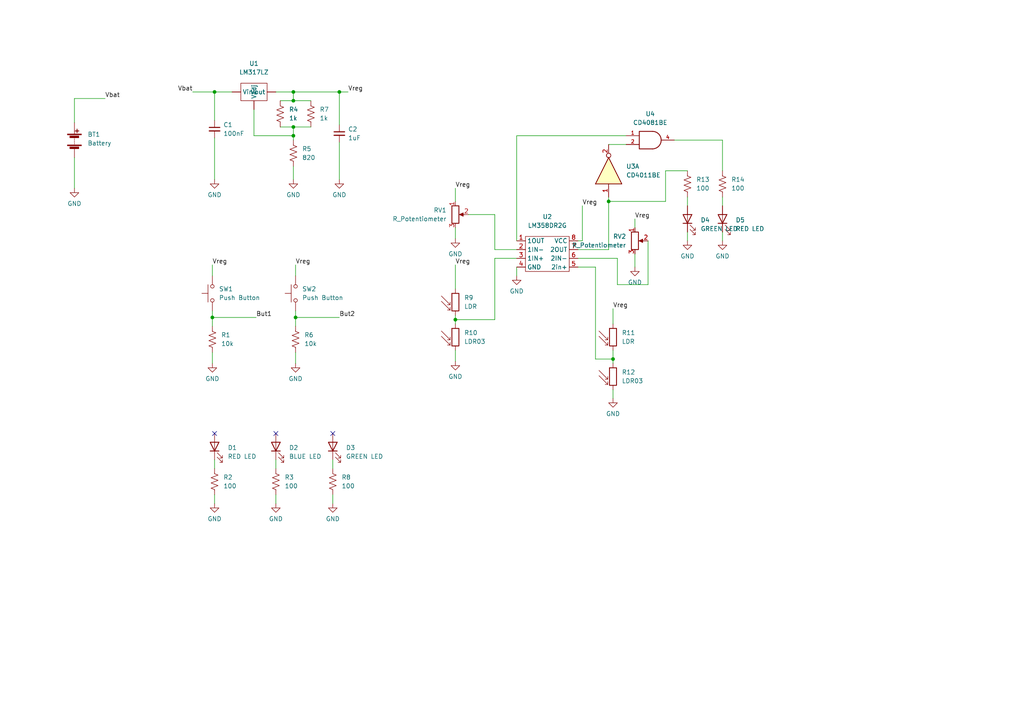
<source format=kicad_sch>
(kicad_sch (version 20211123) (generator eeschema)
  (paper "A4")
  (lib_symbols
    (symbol "74xGxx:74AHC1G08" (pin_names (offset 1.016))
      (property "Reference" "U" (at -2.54 3.81 0))
      (property "Value" "74AHC1G08" (at 0 -3.81 0))
      (symbol "74AHC1G08_0_1"
        (arc (start 0 -2.54) (mid 2.54 0) (end 0 2.54) (stroke (width 0.254)))
        (polyline (pts (xy 0 -2.54) (xy -3.81 -2.54) (xy -3.81 2.54) (xy 0 2.54)) (stroke (width 0.254)))
      )
      (symbol "74AHC1G08_1_1"
        (pin input line (at -7.62 1.27 0) (length 3.81) (name "~") (number "1"))
        (pin input line (at -7.62 -1.27 0) (length 3.81) (name "~") (number "2"))
        (pin power_in line (at 0 -2.54 270) (length 0) hide (name "GND") (number "3"))
        (pin output line (at 6.35 0 180) (length 3.81) (name "~") (number "4"))
        (pin power_in line (at 0 2.54 90) (length 0) hide (name "VCC") (number "5"))
      )
    )
    (symbol "74xx:74LS04"
      (property "Reference" "U" (at 0 1.27 0))
      (property "Value" "74LS04" (at 0 -1.27 0))
      (symbol "74LS04_1_0"
        (polyline (pts (xy -3.81 3.81) (xy -3.81 -3.81) (xy 3.81 0) (xy -3.81 3.81)) (stroke (width 0.254)) (fill (type background)))
        (pin input line (at -7.62 0 0) (length 3.81) (name "~") (number "1"))
        (pin output inverted (at 7.62 0 180) (length 3.81) (name "~") (number "2"))
      )
      (symbol "74LS04_2_0"
        (polyline (pts (xy -3.81 3.81) (xy -3.81 -3.81) (xy 3.81 0) (xy -3.81 3.81)) (stroke (width 0.254)) (fill (type background)))
        (pin input line (at -7.62 0 0) (length 3.81) (name "~") (number "3"))
        (pin output inverted (at 7.62 0 180) (length 3.81) (name "~") (number "4"))
      )
      (symbol "74LS04_3_0"
        (polyline (pts (xy -3.81 3.81) (xy -3.81 -3.81) (xy 3.81 0) (xy -3.81 3.81)) (stroke (width 0.254)) (fill (type background)))
        (pin input line (at -7.62 0 0) (length 3.81) (name "~") (number "5"))
        (pin output inverted (at 7.62 0 180) (length 3.81) (name "~") (number "6"))
      )
      (symbol "74LS04_4_0"
        (polyline (pts (xy -3.81 3.81) (xy -3.81 -3.81) (xy 3.81 0) (xy -3.81 3.81)) (stroke (width 0.254)) (fill (type background)))
        (pin output inverted (at 7.62 0 180) (length 3.81) (name "~") (number "8"))
        (pin input line (at -7.62 0 0) (length 3.81) (name "~") (number "9"))
      )
      (symbol "74LS04_5_0"
        (polyline (pts (xy -3.81 3.81) (xy -3.81 -3.81) (xy 3.81 0) (xy -3.81 3.81)) (stroke (width 0.254)) (fill (type background)))
        (pin output inverted (at 7.62 0 180) (length 3.81) (name "~") (number "10"))
        (pin input line (at -7.62 0 0) (length 3.81) (name "~") (number "11"))
      )
      (symbol "74LS04_6_0"
        (polyline (pts (xy -3.81 3.81) (xy -3.81 -3.81) (xy 3.81 0) (xy -3.81 3.81)) (stroke (width 0.254)) (fill (type background)))
        (pin output inverted (at 7.62 0 180) (length 3.81) (name "~") (number "12"))
        (pin input line (at -7.62 0 0) (length 3.81) (name "~") (number "13"))
      )
      (symbol "74LS04_7_0"
        (pin power_in line (at 0 12.7 270) (length 5.08) (name "VCC") (number "14"))
        (pin power_in line (at 0 -12.7 90) (length 5.08) (name "GND") (number "7"))
      )
      (symbol "74LS04_7_1"
        (rectangle (start -5.08 7.62) (end 5.08 -7.62) (stroke (width 0.254)) (fill (type background)))
      )
    )
    (symbol "Device:Battery" (pin_numbers hide) (pin_names (offset 0) hide)
      (property "Reference" "BT" (at 2.54 2.54 0))
      (property "Value" "Battery" (at 2.54 0 0))
      (symbol "Battery_0_1"
        (rectangle (start -2.032 -1.397) (end 2.032 -1.651) (fill (type outline)))
        (rectangle (start -2.032 1.778) (end 2.032 1.524) (fill (type outline)))
        (rectangle (start -1.3208 -1.9812) (end 1.27 -2.4892) (fill (type outline)))
        (rectangle (start -1.3208 1.1938) (end 1.27 0.6858) (fill (type outline)))
        (polyline (pts (xy 0 -1.524) (xy 0 -1.27)))
        (polyline (pts (xy 0 -1.016) (xy 0 -0.762)))
        (polyline (pts (xy 0 -0.508) (xy 0 -0.254)))
        (polyline (pts (xy 0 0) (xy 0 0.254)))
        (polyline (pts (xy 0 0.508) (xy 0 0.762)))
        (polyline (pts (xy 0 1.778) (xy 0 2.54)))
        (polyline (pts (xy 0.254 2.667) (xy 1.27 2.667)) (stroke (width 0.254)))
        (polyline (pts (xy 0.762 3.175) (xy 0.762 2.159)) (stroke (width 0.254)))
      )
      (symbol "Battery_1_1"
        (pin passive line (at 0 5.08 270) (length 2.54) (name "+") (number "1"))
        (pin passive line (at 0 -5.08 90) (length 2.54) (name "-") (number "2"))
      )
    )
    (symbol "Device:C_Small" (pin_numbers hide) (pin_names (offset 0.254) hide)
      (property "Reference" "C" (at 0.254 1.778 0))
      (property "Value" "C_Small" (at 0.254 -2.032 0))
      (symbol "C_Small_0_1"
        (polyline (pts (xy -1.524 -0.508) (xy 1.524 -0.508)) (stroke (width 0.3302)))
        (polyline (pts (xy -1.524 0.508) (xy 1.524 0.508)) (stroke (width 0.3048)))
      )
      (symbol "C_Small_1_1"
        (pin passive line (at 0 2.54 270) (length 2.032) (name "~") (number "1"))
        (pin passive line (at 0 -2.54 90) (length 2.032) (name "~") (number "2"))
      )
    )
    (symbol "Device:LED" (pin_numbers hide) (pin_names (offset 1.016) hide)
      (property "Reference" "D" (at 0 2.54 0))
      (property "Value" "LED" (at 0 -2.54 0))
      (symbol "LED_0_1"
        (polyline (pts (xy -1.27 -1.27) (xy -1.27 1.27)) (stroke (width 0.254)))
        (polyline (pts (xy -1.27 0) (xy 1.27 0)))
        (polyline (pts (xy 1.27 -1.27) (xy 1.27 1.27) (xy -1.27 0) (xy 1.27 -1.27)) (stroke (width 0.254)))
        (polyline (pts (xy -3.048 -0.762) (xy -4.572 -2.286) (xy -3.81 -2.286) (xy -4.572 -2.286) (xy -4.572 -1.524)))
        (polyline (pts (xy -1.778 -0.762) (xy -3.302 -2.286) (xy -2.54 -2.286) (xy -3.302 -2.286) (xy -3.302 -1.524)))
      )
      (symbol "LED_1_1"
        (pin passive line (at -3.81 0 0) (length 2.54) (name "K") (number "1"))
        (pin passive line (at 3.81 0 180) (length 2.54) (name "A") (number "2"))
      )
    )
    (symbol "Device:R_Potentiometer" (pin_names (offset 1.016) hide)
      (property "Reference" "RV" (at -4.445 0 90))
      (property "Value" "R_Potentiometer" (at -2.54 0 90))
      (symbol "R_Potentiometer_0_1"
        (polyline (pts (xy 2.54 0) (xy 1.524 0)))
        (polyline (pts (xy 1.143 0) (xy 2.286 0.508) (xy 2.286 -0.508) (xy 1.143 0)) (fill (type outline)))
        (rectangle (start 1.016 2.54) (end -1.016 -2.54) (stroke (width 0.254)))
      )
      (symbol "R_Potentiometer_1_1"
        (pin passive line (at 0 3.81 270) (length 1.27) (name "1") (number "1"))
        (pin passive line (at 3.81 0 180) (length 1.27) (name "2") (number "2"))
        (pin passive line (at 0 -3.81 90) (length 1.27) (name "3") (number "3"))
      )
    )
    (symbol "Device:R_US" (pin_numbers hide) (pin_names (offset 0))
      (property "Reference" "R" (at 2.54 0 90))
      (property "Value" "R_US" (at -2.54 0 90))
      (symbol "R_US_0_1"
        (polyline (pts (xy 0 -2.286) (xy 0 -2.54)))
        (polyline (pts (xy 0 2.286) (xy 0 2.54)))
        (polyline (pts (xy 0 -0.762) (xy 1.016 -1.143) (xy 0 -1.524) (xy -1.016 -1.905) (xy 0 -2.286)))
        (polyline (pts (xy 0 0.762) (xy 1.016 0.381) (xy 0 0) (xy -1.016 -0.381) (xy 0 -0.762)))
        (polyline (pts (xy 0 2.286) (xy 1.016 1.905) (xy 0 1.524) (xy -1.016 1.143) (xy 0 0.762)))
      )
      (symbol "R_US_1_1"
        (pin passive line (at 0 3.81 270) (length 1.27) (name "~") (number "1"))
        (pin passive line (at 0 -3.81 90) (length 1.27) (name "~") (number "2"))
      )
    )
    (symbol "LFR_Library:LM317LZ"
      (property "Reference" "U" (at -3.81 -3.81 0))
      (property "Value" "LM317LZ" (at 0 3.81 0))
      (symbol "LM317LZ_0_1"
        (rectangle (start -3.81 2.54) (end 3.81 -2.54))
      )
      (symbol "LM317LZ_1_1"
        (pin input line (at 0 -5.08 90) (length 2.54) (name "Vadj") (number ""))
        (pin input line (at -6.35 0 0) (length 2.54) (name "Vin") (number ""))
        (pin output line (at 6.35 0 180) (length 2.54) (name "Vout") (number ""))
      )
    )
    (symbol "PCB_Library_From_Template:LM358DR2G"
      (property "Reference" "U" (at 7.62 6.35 0))
      (property "Value" "LM358DR2G" (at 0 6.35 0))
      (symbol "LM358DR2G_0_1"
        (rectangle (start -2.54 3.81) (end 10.16 -6.35))
      )
      (symbol "LM358DR2G_1_1"
        (pin output line (at -5.08 2.54 0) (length 2.54) (name "1OUT") (number "1"))
        (pin input line (at -5.08 0 0) (length 2.54) (name "1IN-") (number "2"))
        (pin input line (at -5.08 -2.54 0) (length 2.54) (name "1IN+") (number "3"))
        (pin output line (at -5.08 -5.08 0) (length 2.54) (name "GND") (number "4"))
        (pin input line (at 12.7 -5.08 180) (length 2.54) (name "2in+") (number "5"))
        (pin input line (at 12.7 -2.54 180) (length 2.54) (name "2IN-") (number "6"))
        (pin output line (at 12.7 0 180) (length 2.54) (name "2OUT") (number "7"))
        (pin input line (at 12.7 2.54 180) (length 2.54) (name "VCC") (number "8"))
      )
    )
    (symbol "Sensor_Optical:LDR03" (pin_numbers hide) (pin_names (offset 0))
      (property "Reference" "R" (at -5.08 0 90))
      (property "Value" "LDR03" (at 1.905 0 90))
      (symbol "LDR03_0_1"
        (rectangle (start -1.016 2.54) (end 1.016 -2.54) (stroke (width 0.254)))
        (polyline (pts (xy -1.524 -2.286) (xy -4.064 0.254)))
        (polyline (pts (xy -1.524 -2.286) (xy -2.286 -2.286)))
        (polyline (pts (xy -1.524 -2.286) (xy -1.524 -1.524)))
        (polyline (pts (xy -1.524 -0.762) (xy -4.064 1.778)))
        (polyline (pts (xy -1.524 -0.762) (xy -2.286 -0.762)))
        (polyline (pts (xy -1.524 -0.762) (xy -1.524 0)))
      )
      (symbol "LDR03_1_1"
        (pin passive line (at 0 3.81 270) (length 1.27) (name "~") (number "1"))
        (pin passive line (at 0 -3.81 90) (length 1.27) (name "~") (number "2"))
      )
    )
    (symbol "Switch:SW_Push" (pin_numbers hide) (pin_names (offset 1.016) hide)
      (property "Reference" "SW" (at 1.27 2.54 0))
      (property "Value" "SW_Push" (at 0 -1.524 0))
      (symbol "SW_Push_0_1"
        (circle (center -2.032 0) (radius 0.508))
        (polyline (pts (xy 0 1.27) (xy 0 3.048)))
        (polyline (pts (xy 2.54 1.27) (xy -2.54 1.27)))
        (circle (center 2.032 0) (radius 0.508))
        (pin passive line (at -5.08 0 0) (length 2.54) (name "1") (number "1"))
        (pin passive line (at 5.08 0 180) (length 2.54) (name "2") (number "2"))
      )
    )
    (symbol "power:GND" (power) (pin_names (offset 0))
      (property "Value" "GND" (at 0 -3.81 0))
      (symbol "GND_0_1"
        (polyline (pts (xy 0 0) (xy 0 -1.27) (xy 1.27 -1.27) (xy 0 -2.54) (xy -1.27 -1.27) (xy 0 -1.27)))
      )
      (symbol "GND_1_1"
        (pin power_in line (at 0 0 270) (length 0) hide (name "GND") (number "1"))
      )
    )
  )
  (junction (at 85.09 26.67))
  (junction (at 62.23 26.67))
  (junction (at 177.8 104.14))
  (junction (at 85.09 39.37))
  (junction (at 85.09 36.83))
  (junction (at 98.425 26.67))
  (junction (at 176.53 58.42))
  (junction (at 132.08 92.71))
  (junction (at 85.09 29.21))
  (junction (at 85.725 92.075))
  (junction (at 61.595 92.075))
  (no_connect (at 62.23 125.73))
  (no_connect (at 80.01 125.73))
  (no_connect (at 96.52 125.73))
  (wire (pts (xy 61.595 102.235) (xy 61.595 105.41)))
  (wire (pts (xy 149.86 77.47) (xy 149.86 80.01)))
  (wire (pts (xy 85.09 26.67) (xy 98.425 26.67)))
  (wire (pts (xy 132.08 92.71) (xy 132.08 93.98)))
  (wire (pts (xy 85.09 29.21) (xy 90.17 29.21)))
  (wire (pts (xy 85.09 48.26) (xy 85.09 52.07)))
  (wire (pts (xy 85.725 90.17) (xy 85.725 92.075)))
  (wire (pts (xy 199.39 67.31) (xy 199.39 69.85)))
  (wire (pts (xy 135.89 62.23) (xy 143.51 62.23)))
  (wire (pts (xy 62.23 133.35) (xy 62.23 135.89)))
  (wire (pts (xy 143.51 92.71) (xy 143.51 74.93)))
  (wire (pts (xy 172.72 77.47) (xy 172.72 104.14)))
  (wire (pts (xy 85.725 92.075) (xy 98.425 92.075)))
  (wire (pts (xy 98.425 41.275) (xy 98.425 52.07)))
  (wire (pts (xy 143.51 62.23) (xy 143.51 72.39)))
  (wire (pts (xy 167.64 69.85) (xy 168.91 69.85)))
  (wire (pts (xy 55.88 26.67) (xy 62.23 26.67)))
  (wire (pts (xy 187.96 69.85) (xy 187.96 82.55)))
  (wire (pts (xy 209.55 57.15) (xy 209.55 59.69)))
  (wire (pts (xy 62.23 26.67) (xy 62.23 34.925)))
  (wire (pts (xy 61.595 90.17) (xy 61.595 92.075)))
  (wire (pts (xy 62.23 26.67) (xy 67.31 26.67)))
  (wire (pts (xy 73.66 39.37) (xy 85.09 39.37)))
  (wire (pts (xy 177.8 104.14) (xy 177.8 105.41)))
  (wire (pts (xy 193.04 58.42) (xy 193.04 49.53)))
  (wire (pts (xy 193.04 49.53) (xy 199.39 49.53)))
  (wire (pts (xy 209.55 40.64) (xy 209.55 49.53)))
  (wire (pts (xy 73.66 31.75) (xy 73.66 39.37)))
  (wire (pts (xy 177.8 89.535) (xy 177.8 93.98)))
  (wire (pts (xy 187.96 82.55) (xy 179.07 82.55)))
  (wire (pts (xy 85.725 92.075) (xy 85.725 94.615)))
  (wire (pts (xy 85.09 26.67) (xy 85.09 29.21)))
  (wire (pts (xy 132.08 76.835) (xy 132.08 83.82)))
  (wire (pts (xy 81.28 29.21) (xy 85.09 29.21)))
  (wire (pts (xy 85.09 36.83) (xy 85.09 39.37)))
  (wire (pts (xy 143.51 72.39) (xy 149.86 72.39)))
  (wire (pts (xy 176.53 57.15) (xy 176.53 58.42)))
  (wire (pts (xy 132.08 54.61) (xy 132.08 58.42)))
  (wire (pts (xy 132.08 101.6) (xy 132.08 104.775)))
  (wire (pts (xy 85.09 36.83) (xy 90.17 36.83)))
  (wire (pts (xy 80.01 26.67) (xy 85.09 26.67)))
  (wire (pts (xy 176.53 58.42) (xy 176.53 72.39)))
  (wire (pts (xy 132.08 92.71) (xy 143.51 92.71)))
  (wire (pts (xy 80.01 133.35) (xy 80.01 135.89)))
  (wire (pts (xy 149.86 39.37) (xy 181.61 39.37)))
  (wire (pts (xy 143.51 74.93) (xy 149.86 74.93)))
  (wire (pts (xy 132.08 66.04) (xy 132.08 69.215)))
  (wire (pts (xy 85.725 102.235) (xy 85.725 105.41)))
  (wire (pts (xy 177.8 104.14) (xy 172.72 104.14)))
  (wire (pts (xy 85.725 76.835) (xy 85.725 80.01)))
  (wire (pts (xy 61.595 76.835) (xy 61.595 80.01)))
  (wire (pts (xy 132.08 91.44) (xy 132.08 92.71)))
  (wire (pts (xy 177.8 113.03) (xy 177.8 115.57)))
  (wire (pts (xy 168.91 69.85) (xy 168.91 59.69)))
  (wire (pts (xy 176.53 58.42) (xy 193.04 58.42)))
  (wire (pts (xy 199.39 57.15) (xy 199.39 59.69)))
  (wire (pts (xy 149.86 39.37) (xy 149.86 69.85)))
  (wire (pts (xy 98.425 26.67) (xy 100.965 26.67)))
  (wire (pts (xy 96.52 143.51) (xy 96.52 146.05)))
  (wire (pts (xy 184.15 63.5) (xy 184.15 66.04)))
  (wire (pts (xy 96.52 133.35) (xy 96.52 135.89)))
  (wire (pts (xy 21.59 45.72) (xy 21.59 54.61)))
  (wire (pts (xy 62.23 143.51) (xy 62.23 146.05)))
  (wire (pts (xy 80.01 143.51) (xy 80.01 146.05)))
  (wire (pts (xy 167.64 72.39) (xy 176.53 72.39)))
  (wire (pts (xy 179.07 74.93) (xy 167.64 74.93)))
  (wire (pts (xy 172.72 77.47) (xy 167.64 77.47)))
  (wire (pts (xy 209.55 67.31) (xy 209.55 69.85)))
  (wire (pts (xy 61.595 92.075) (xy 61.595 94.615)))
  (wire (pts (xy 61.595 92.075) (xy 74.295 92.075)))
  (wire (pts (xy 62.23 40.005) (xy 62.23 52.07)))
  (wire (pts (xy 195.58 40.64) (xy 209.55 40.64)))
  (wire (pts (xy 81.28 36.83) (xy 85.09 36.83)))
  (wire (pts (xy 179.07 82.55) (xy 179.07 74.93)))
  (wire (pts (xy 184.15 73.66) (xy 184.15 77.47)))
  (wire (pts (xy 177.8 101.6) (xy 177.8 104.14)))
  (wire (pts (xy 85.09 39.37) (xy 85.09 40.64)))
  (wire (pts (xy 21.59 28.575) (xy 30.48 28.575)))
  (wire (pts (xy 98.425 26.67) (xy 98.425 36.195)))
  (wire (pts (xy 21.59 35.56) (xy 21.59 28.575)))
  (wire (pts (xy 176.53 41.91) (xy 181.61 41.91)))
  (label "Vreg" (at 85.725 76.835 0))
  (label "Vbat" (at 55.88 26.67 180))
  (label "Vreg" (at 132.08 54.61 0))
  (label "Vreg" (at 168.91 59.69 0))
  (label "Vreg" (at 61.595 76.835 0))
  (label "Vreg" (at 184.15 63.5 0))
  (label "But1" (at 74.295 92.075 0))
  (label "But2" (at 98.425 92.075 0))
  (label "Vbat" (at 30.48 28.575 0))
  (label "Vreg" (at 132.08 76.835 0))
  (label "Vreg" (at 177.8 89.535 0))
  (label "Vreg" (at 100.965 26.67 0))
  (symbol (lib_id "Device:LED") (at 96.52 129.54 90) (unit 1)
    (property "Reference" "D3" (at 100.33 129.8574 90) (effects (justify right)))
    (property "Value" "GREEN LED" (at 100.33 132.3974 90) (effects (justify right)))
    (property "Required" "YES" (effects hide))
  )
  (symbol (lib_id "Device:R_US") (at 96.52 139.7 0) (unit 1)
    (property "Reference" "R8" (at 99.06 138.4299 0) (effects (justify left)))
    (property "Value" "100" (at 99.06 140.9699 0) (effects (justify left)))
    (property "Required" "YES" (effects hide))
  )
  (symbol (lib_id "power:GND") (at 149.86 80.01 0) (unit 1)
    (property "Reference" "#PWR012" (effects hide))
    (property "Value" "GND" (at 149.86 84.455 0))
  )
  (symbol (lib_id "Device:R_US") (at 90.17 33.02 0) (unit 1)
    (property "Reference" "R7" (at 92.71 31.7499 0) (effects (justify left)))
    (property "Value" "1k" (at 92.71 34.2899 0) (effects (justify left)))
    (property "Required" "YES" (effects hide))
  )
  (symbol (lib_id "PCB_Library_From_Template:LM358DR2G") (at 154.94 72.39 0) (unit 1)
    (property "Reference" "U2" (at 158.75 62.865 0))
    (property "Value" "LM358DR2G" (at 158.75 65.405 0))
    (property "Required" "YES" (effects hide))
  )
  (symbol (lib_id "Device:Battery") (at 21.59 40.64 0) (unit 1)
    (property "Reference" "BT1" (at 25.4 38.9889 0) (effects (justify left)))
    (property "Value" "Battery" (at 25.4 41.5289 0) (effects (justify left)))
  )
  (symbol (lib_id "Device:C_Small") (at 62.23 37.465 0) (unit 1)
    (property "Reference" "C1" (at 64.77 36.2012 0) (effects (justify left)))
    (property "Value" "100nF" (at 64.77 38.7412 0) (effects (justify left)))
    (property "Required" "YES" (effects hide))
  )
  (symbol (lib_id "74xx:74LS04") (at 176.53 49.53 90) (unit 1)
    (property "Reference" "U3" (at 181.61 48.2599 90) (effects (justify right)))
    (property "Value" "CD4011BE" (at 181.61 50.7999 90) (effects (justify right)))
    (property "Datasheet" "http://www.ti.com/lit/gpn/sn74LS04" (effects hide))
  )
  (symbol (lib_id "power:GND") (at 85.725 105.41 0) (unit 1)
    (property "Reference" "#PWR07" (effects hide))
    (property "Value" "GND" (at 85.725 109.855 0))
  )
  (symbol (lib_id "Device:LED") (at 199.39 63.5 90) (unit 1)
    (property "Reference" "D4" (at 203.2 63.8174 90) (effects (justify right)))
    (property "Value" "GREEN LED" (at 203.2 66.3574 90) (effects (justify right)))
    (property "Required" "YES" (effects hide))
  )
  (symbol (lib_id "power:GND") (at 61.595 105.41 0) (unit 1)
    (property "Reference" "#PWR02" (effects hide))
    (property "Value" "GND" (at 61.595 109.855 0))
  )
  (symbol (lib_id "power:GND") (at 98.425 52.07 0) (unit 1)
    (property "Reference" "#PWR09" (effects hide))
    (property "Value" "GND" (at 98.425 56.515 0))
  )
  (symbol (lib_id "Device:R_US") (at 62.23 139.7 0) (unit 1)
    (property "Reference" "R2" (at 64.77 138.4299 0) (effects (justify left)))
    (property "Value" "100" (at 64.77 140.9699 0) (effects (justify left)))
    (property "Required" "YES" (effects hide))
  )
  (symbol (lib_id "Sensor_Optical:LDR03") (at 177.8 109.22 0) (unit 1)
    (property "Reference" "R12" (at 180.34 107.9499 0) (effects (justify left)))
    (property "Value" "LDR03" (at 180.34 110.4899 0) (effects (justify left)))
    (property "Footprint" "OptoDevice:R_LDR_10x8.5mm_P7.6mm_Vertical" (effects hide))
    (property "Datasheet" "http://www.elektronica-componenten.nl/WebRoot/StoreNL/Shops/61422969/54F1/BA0C/C664/31B9/2173/C0A8/2AB9/2AEF/LDR03IMP.pdf" (effects hide))
  )
  (symbol (lib_id "power:GND") (at 96.52 146.05 0) (unit 1)
    (property "Reference" "#PWR08" (effects hide))
    (property "Value" "GND" (at 96.52 150.495 0))
  )
  (symbol (lib_id "Device:R_Potentiometer") (at 184.15 69.85 0) (unit 1)
    (property "Reference" "RV2" (at 181.61 68.5799 0) (effects (justify right)))
    (property "Value" "R_Potentiometer" (at 181.61 71.1199 0) (effects (justify right)))
    (property "Required" "YES" (effects hide))
  )
  (symbol (lib_id "LFR_Library:LM317LZ") (at 73.66 26.67 0) (unit 1)
    (property "Reference" "U1" (at 73.66 18.415 0))
    (property "Value" "LM317LZ" (at 73.66 20.955 0))
    (property "Required" "YES" (effects hide))
  )
  (symbol (lib_id "Device:R_US") (at 81.28 33.02 0) (unit 1)
    (property "Reference" "R4" (at 83.82 31.7499 0) (effects (justify left)))
    (property "Value" "1k" (at 83.82 34.2899 0) (effects (justify left)))
    (property "Required" "YES" (effects hide))
  )
  (symbol (lib_id "Sensor_Optical:LDR03") (at 132.08 87.63 0) (unit 1)
    (property "Reference" "R9" (at 134.62 86.3599 0) (effects (justify left)))
    (property "Value" "LDR" (at 134.62 88.8999 0) (effects (justify left)))
    (property "Footprint" "OptoDevice:R_LDR_10x8.5mm_P7.6mm_Vertical" (effects hide))
    (property "Datasheet" "http://www.elektronica-componenten.nl/WebRoot/StoreNL/Shops/61422969/54F1/BA0C/C664/31B9/2173/C0A8/2AB9/2AEF/LDR03IMP.pdf" (effects hide))
  )
  (symbol (lib_id "power:GND") (at 80.01 146.05 0) (unit 1)
    (property "Reference" "#PWR05" (effects hide))
    (property "Value" "GND" (at 80.01 150.495 0))
  )
  (symbol (lib_id "Device:R_US") (at 209.55 53.34 0) (unit 1)
    (property "Reference" "R14" (at 212.09 52.0699 0) (effects (justify left)))
    (property "Value" "100" (at 212.09 54.6099 0) (effects (justify left)))
    (property "Required" "YES" (effects hide))
  )
  (symbol (lib_id "Sensor_Optical:LDR03") (at 177.8 97.79 0) (unit 1)
    (property "Reference" "R11" (at 180.34 96.5199 0) (effects (justify left)))
    (property "Value" "LDR" (at 180.34 99.0599 0) (effects (justify left)))
    (property "Footprint" "OptoDevice:R_LDR_10x8.5mm_P7.6mm_Vertical" (effects hide))
    (property "Datasheet" "http://www.elektronica-componenten.nl/WebRoot/StoreNL/Shops/61422969/54F1/BA0C/C664/31B9/2173/C0A8/2AB9/2AEF/LDR03IMP.pdf" (effects hide))
  )
  (symbol (lib_id "power:GND") (at 62.23 146.05 0) (unit 1)
    (property "Reference" "#PWR04" (effects hide))
    (property "Value" "GND" (at 62.23 150.495 0))
  )
  (symbol (lib_id "Device:R_US") (at 85.725 98.425 0) (unit 1)
    (property "Reference" "R6" (at 88.265 97.1549 0) (effects (justify left)))
    (property "Value" "10k" (at 88.265 99.6949 0) (effects (justify left)))
    (property "Required" "YES" (effects hide))
  )
  (symbol (lib_id "power:GND") (at 132.08 69.215 0) (unit 1)
    (property "Reference" "#PWR010" (effects hide))
    (property "Value" "GND" (at 132.08 73.66 0))
  )
  (symbol (lib_id "power:GND") (at 62.23 52.07 0) (unit 1)
    (property "Reference" "#PWR03" (effects hide))
    (property "Value" "GND" (at 62.23 56.515 0))
  )
  (symbol (lib_id "Device:LED") (at 80.01 129.54 90) (unit 1)
    (property "Reference" "D2" (at 83.82 129.8574 90) (effects (justify right)))
    (property "Value" "BLUE LED" (at 83.82 132.3974 90) (effects (justify right)))
    (property "Required" "YES" (effects hide))
  )
  (symbol (lib_id "Switch:SW_Push") (at 85.725 85.09 90) (unit 1)
    (property "Reference" "SW2" (at 87.63 83.8199 90) (effects (justify right)))
    (property "Value" "Push Button" (at 87.63 86.3599 90) (effects (justify right)))
    (property "Required" "YES" (effects hide))
  )
  (symbol (lib_id "Device:LED") (at 209.55 63.5 90) (unit 1)
    (property "Reference" "D5" (at 213.36 63.8174 90) (effects (justify right)))
    (property "Value" "RED LED" (at 213.36 66.3574 90) (effects (justify right)))
    (property "Required" "YES" (effects hide))
  )
  (symbol (lib_id "Device:R_US") (at 61.595 98.425 0) (unit 1)
    (property "Reference" "R1" (at 64.135 97.1549 0) (effects (justify left)))
    (property "Value" "10k" (at 64.135 99.6949 0) (effects (justify left)))
    (property "Required" "YES" (effects hide))
  )
  (symbol (lib_id "Device:R_US") (at 199.39 53.34 0) (unit 1)
    (property "Reference" "R13" (at 201.93 52.0699 0) (effects (justify left)))
    (property "Value" "100" (at 201.93 54.6099 0) (effects (justify left)))
    (property "Required" "YES" (effects hide))
  )
  (symbol (lib_id "power:GND") (at 209.55 69.85 0) (unit 1)
    (property "Reference" "#PWR016" (effects hide))
    (property "Value" "GND" (at 209.55 74.295 0))
  )
  (symbol (lib_id "Device:C_Small") (at 98.425 38.735 0) (unit 1)
    (property "Reference" "C2" (at 100.965 37.4712 0) (effects (justify left)))
    (property "Value" "1uF" (at 100.965 40.0112 0) (effects (justify left)))
    (property "Required" "YES" (effects hide))
  )
  (symbol (lib_id "Sensor_Optical:LDR03") (at 132.08 97.79 0) (unit 1)
    (property "Reference" "R10" (at 134.62 96.5199 0) (effects (justify left)))
    (property "Value" "LDR03" (at 134.62 99.0599 0) (effects (justify left)))
    (property "Footprint" "OptoDevice:R_LDR_10x8.5mm_P7.6mm_Vertical" (effects hide))
    (property "Datasheet" "http://www.elektronica-componenten.nl/WebRoot/StoreNL/Shops/61422969/54F1/BA0C/C664/31B9/2173/C0A8/2AB9/2AEF/LDR03IMP.pdf" (effects hide))
  )
  (symbol (lib_id "power:GND") (at 184.15 77.47 0) (unit 1)
    (property "Reference" "#PWR014" (effects hide))
    (property "Value" "GND" (at 184.15 81.915 0))
  )
  (symbol (lib_id "Device:R_Potentiometer") (at 132.08 62.23 0) (unit 1)
    (property "Reference" "RV1" (at 129.54 60.9599 0) (effects (justify right)))
    (property "Value" "R_Potentiometer" (at 129.54 63.4999 0) (effects (justify right)))
    (property "Required" "YES" (effects hide))
  )
  (symbol (lib_id "Device:R_US") (at 85.09 44.45 0) (unit 1)
    (property "Reference" "R5" (at 87.63 43.1799 0) (effects (justify left)))
    (property "Value" "820" (at 87.63 45.7199 0) (effects (justify left)))
    (property "Required" "YES" (effects hide))
  )
  (symbol (lib_id "Switch:SW_Push") (at 61.595 85.09 90) (unit 1)
    (property "Reference" "SW1" (at 63.5 83.8199 90) (effects (justify right)))
    (property "Value" "Push Button" (at 63.5 86.3599 90) (effects (justify right)))
    (property "Required" "YES" (effects hide))
  )
  (symbol (lib_id "power:GND") (at 85.09 52.07 0) (unit 1)
    (property "Reference" "#PWR06" (effects hide))
    (property "Value" "GND" (at 85.09 56.515 0))
  )
  (symbol (lib_id "Device:LED") (at 62.23 129.54 90) (unit 1)
    (property "Reference" "D1" (at 66.04 129.8574 90) (effects (justify right)))
    (property "Value" "RED LED" (at 66.04 132.3974 90) (effects (justify right)))
    (property "Required" "YES" (effects hide))
  )
  (symbol (lib_id "power:GND") (at 21.59 54.61 0) (unit 1)
    (property "Reference" "#PWR01" (effects hide))
    (property "Value" "GND" (at 21.59 59.055 0))
  )
  (symbol (lib_id "74xGxx:74AHC1G08") (at 189.23 40.64 0) (unit 1)
    (property "Reference" "U4" (at 188.595 33.02 0))
    (property "Value" "CD4081BE" (at 188.595 35.56 0))
    (property "Datasheet" "http://www.ti.com/lit/sg/scyt129e/scyt129e.pdf" (effects hide))
  )
  (symbol (lib_id "Device:R_US") (at 80.01 139.7 0) (unit 1)
    (property "Reference" "R3" (at 82.55 138.4299 0) (effects (justify left)))
    (property "Value" "100" (at 82.55 140.9699 0) (effects (justify left)))
    (property "Required" "YES" (effects hide))
  )
  (symbol (lib_id "power:GND") (at 132.08 104.775 0) (unit 1)
    (property "Reference" "#PWR011" (effects hide))
    (property "Value" "GND" (at 132.08 109.22 0))
  )
  (symbol (lib_id "power:GND") (at 199.39 69.85 0) (unit 1)
    (property "Reference" "#PWR015" (effects hide))
    (property "Value" "GND" (at 199.39 74.295 0))
  )
  (symbol (lib_id "power:GND") (at 177.8 115.57 0) (unit 1)
    (property "Reference" "#PWR013" (effects hide))
    (property "Value" "GND" (at 177.8 120.015 0))
  )
)
</source>
